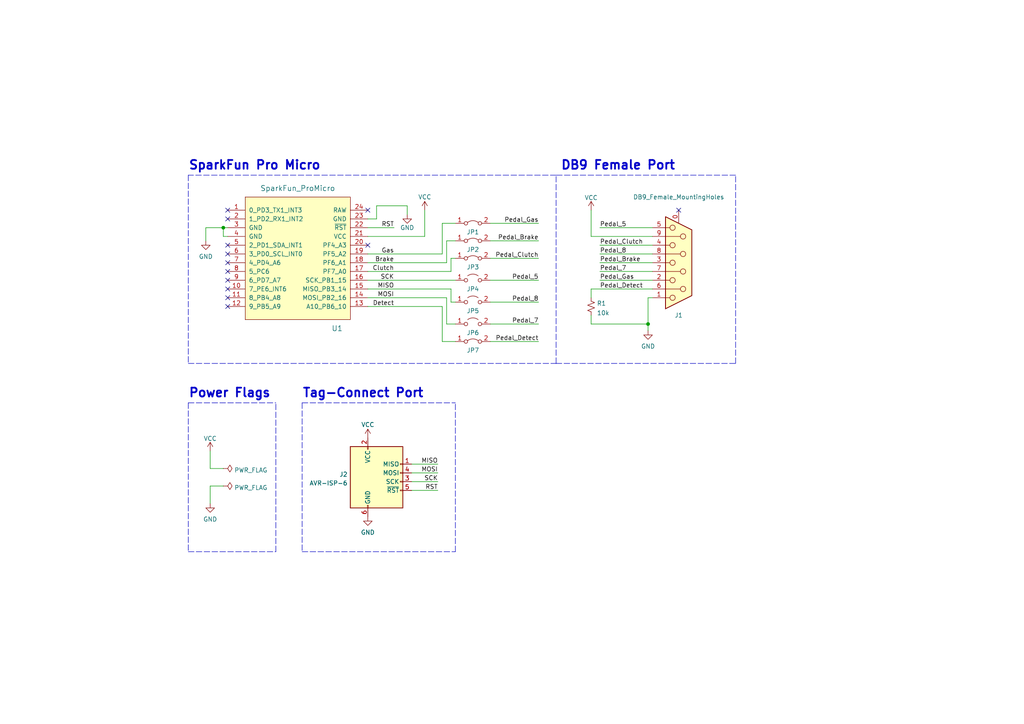
<source format=kicad_sch>
(kicad_sch (version 20211123) (generator eeschema)
  (paper "A4")
  (title_block (title "Logitech Pedal Shield for Pro Micro") (rev "v1.0.0"))
  (lib_symbols
    (symbol "Connector:AVR-ISP-6" (pin_names (offset 1.016))
      (property "Reference" "J" (at -6.35 11.43 0))
      (property "Value" "AVR-ISP-6" (at 0 11.43 0))
      (symbol "AVR-ISP-6_0_1"
        (rectangle (start -2.667 -6.858) (end -2.413 -7.62))
        (rectangle (start -2.667 10.16) (end -2.413 9.398))
        (rectangle (start 7.62 -2.413) (end 6.858 -2.667))
        (rectangle (start 7.62 0.127) (end 6.858 -0.127))
        (rectangle (start 7.62 2.667) (end 6.858 2.413))
        (rectangle (start 7.62 5.207) (end 6.858 4.953))
        (rectangle (start 7.62 10.16) (end -7.62 -7.62) (stroke (width 0.254)) (fill (type background)))
      )
      (symbol "AVR-ISP-6_1_1"
        (pin passive line (at 10.16 5.08 180) (length 2.54) (name "MISO") (number "1"))
        (pin passive line (at -2.54 12.7 270) (length 2.54) (name "VCC") (number "2"))
        (pin passive line (at 10.16 0 180) (length 2.54) (name "SCK") (number "3"))
        (pin passive line (at 10.16 2.54 180) (length 2.54) (name "MOSI") (number "4"))
        (pin passive line (at 10.16 -2.54 180) (length 2.54) (name "~{RST}") (number "5"))
        (pin passive line (at -2.54 -10.16 90) (length 2.54) (name "GND") (number "6"))
      )
    )
    (symbol "Connector:DB9_Female_MountingHoles" (pin_names (offset 1.016) hide)
      (property "Reference" "J" (at 0 16.51 0))
      (property "Value" "DB9_Female_MountingHoles" (at 0 14.605 0))
      (symbol "DB9_Female_MountingHoles_0_1"
        (circle (center -1.778 -10.16) (radius 0.762))
        (circle (center -1.778 -5.08) (radius 0.762))
        (circle (center -1.778 0) (radius 0.762))
        (circle (center -1.778 5.08) (radius 0.762))
        (circle (center -1.778 10.16) (radius 0.762))
        (polyline (pts (xy -3.81 -10.16) (xy -2.54 -10.16)))
        (polyline (pts (xy -3.81 -7.62) (xy 0.508 -7.62)))
        (polyline (pts (xy -3.81 -5.08) (xy -2.54 -5.08)))
        (polyline (pts (xy -3.81 -2.54) (xy 0.508 -2.54)))
        (polyline (pts (xy -3.81 0) (xy -2.54 0)))
        (polyline (pts (xy -3.81 2.54) (xy 0.508 2.54)))
        (polyline (pts (xy -3.81 5.08) (xy -2.54 5.08)))
        (polyline (pts (xy -3.81 7.62) (xy 0.508 7.62)))
        (polyline (pts (xy -3.81 10.16) (xy -2.54 10.16)))
        (polyline (pts (xy -3.81 13.335) (xy -3.81 -13.335) (xy 3.81 -9.525) (xy 3.81 9.525) (xy -3.81 13.335)) (stroke (width 0.254)) (fill (type background)))
        (circle (center 1.27 -7.62) (radius 0.762))
        (circle (center 1.27 -2.54) (radius 0.762))
        (circle (center 1.27 2.54) (radius 0.762))
        (circle (center 1.27 7.62) (radius 0.762))
      )
      (symbol "DB9_Female_MountingHoles_1_1"
        (pin passive line (at 0 -15.24 90) (length 3.81) (name "PAD") (number "0"))
        (pin passive line (at -7.62 10.16 0) (length 3.81) (name "1") (number "1"))
        (pin passive line (at -7.62 5.08 0) (length 3.81) (name "2") (number "2"))
        (pin passive line (at -7.62 0 0) (length 3.81) (name "3") (number "3"))
        (pin passive line (at -7.62 -5.08 0) (length 3.81) (name "4") (number "4"))
        (pin passive line (at -7.62 -10.16 0) (length 3.81) (name "5") (number "5"))
        (pin passive line (at -7.62 7.62 0) (length 3.81) (name "6") (number "6"))
        (pin passive line (at -7.62 2.54 0) (length 3.81) (name "7") (number "7"))
        (pin passive line (at -7.62 -2.54 0) (length 3.81) (name "8") (number "8"))
        (pin passive line (at -7.62 -7.62 0) (length 3.81) (name "9") (number "9"))
      )
    )
    (symbol "Device:R_Small_US" (pin_numbers hide) (pin_names (offset 0.254) hide)
      (property "Reference" "R" (at 0.762 0.508 0))
      (property "Value" "R_Small_US" (at 0.762 -1.016 0))
      (symbol "R_Small_US_1_1"
        (polyline (pts (xy 0 0) (xy 1.016 -0.381) (xy 0 -0.762) (xy -1.016 -1.143) (xy 0 -1.524)))
        (polyline (pts (xy 0 1.524) (xy 1.016 1.143) (xy 0 0.762) (xy -1.016 0.381) (xy 0 0)))
        (pin passive line (at 0 2.54 270) (length 1.016) (name "~") (number "1"))
        (pin passive line (at 0 -2.54 90) (length 1.016) (name "~") (number "2"))
      )
    )
    (symbol "Jumper:Jumper_2_Bridged" (pin_names (offset 0) hide)
      (property "Reference" "JP" (at 0 1.905 0))
      (property "Value" "Jumper_2_Bridged" (at 0 -2.54 0))
      (symbol "Jumper_2_Bridged_0_0"
        (circle (center -2.032 0) (radius 0.508))
        (circle (center 2.032 0) (radius 0.508))
      )
      (symbol "Jumper_2_Bridged_0_1"
        (arc (start 1.524 0.254) (mid 0 0.762) (end -1.524 0.254))
      )
      (symbol "Jumper_2_Bridged_1_1"
        (pin passive line (at -5.08 0 0) (length 2.54) (name "A") (number "1"))
        (pin passive line (at 5.08 0 180) (length 2.54) (name "B") (number "2"))
      )
    )
    (symbol "Jumper:Jumper_2_Open" (pin_names (offset 0) hide)
      (property "Reference" "JP" (at 0 2.794 0))
      (property "Value" "Jumper_2_Open" (at 0 -2.286 0))
      (symbol "Jumper_2_Open_0_0"
        (circle (center -2.032 0) (radius 0.508))
        (circle (center 2.032 0) (radius 0.508))
      )
      (symbol "Jumper_2_Open_0_1"
        (arc (start 1.524 1.27) (mid 0 1.778) (end -1.524 1.27))
      )
      (symbol "Jumper_2_Open_1_1"
        (pin passive line (at -5.08 0 0) (length 2.54) (name "A") (number "1"))
        (pin passive line (at 5.08 0 180) (length 2.54) (name "B") (number "2"))
      )
    )
    (symbol "Sim_Racing_Shields:SparkFun_ProMicro" (pin_names (offset 1.016))
      (property "Reference" "U" (at 0 25.4 0))
      (property "Value" "SparkFun_ProMicro" (at 0 -15.24 0))
      (property "Datasheet" "https://github.com/sparkfun/Pro_Micro" (at 2.54 -26.67 0))
      (symbol "SparkFun_ProMicro_0_1"
        (rectangle (start -15.24 22.86) (end 15.24 -12.7) (fill (type background)))
      )
      (symbol "SparkFun_ProMicro_1_1"
        (pin bidirectional line (at -20.32 19.05 0) (length 5.08) (name "0_PD3_TX1_INT3") (number "1"))
        (pin bidirectional line (at -20.32 -3.81 0) (length 5.08) (name "7_PE6_INT6") (number "10"))
        (pin bidirectional line (at -20.32 -6.35 0) (length 5.08) (name "8_PB4_A8") (number "11"))
        (pin bidirectional line (at -20.32 -8.89 0) (length 5.08) (name "9_PB5_A9") (number "12"))
        (pin bidirectional line (at 20.32 -8.89 180) (length 5.08) (name "A10_PB6_10") (number "13"))
        (pin bidirectional line (at 20.32 -6.35 180) (length 5.08) (name "MOSI_PB2_16") (number "14"))
        (pin bidirectional line (at 20.32 -3.81 180) (length 5.08) (name "MISO_PB3_14") (number "15"))
        (pin bidirectional line (at 20.32 -1.27 180) (length 5.08) (name "SCK_PB1_15") (number "16"))
        (pin bidirectional line (at 20.32 1.27 180) (length 5.08) (name "PF7_A0") (number "17"))
        (pin bidirectional line (at 20.32 3.81 180) (length 5.08) (name "PF6_A1") (number "18"))
        (pin bidirectional line (at 20.32 6.35 180) (length 5.08) (name "PF5_A2") (number "19"))
        (pin bidirectional line (at -20.32 16.51 0) (length 5.08) (name "1_PD2_RX1_INT2") (number "2"))
        (pin bidirectional line (at 20.32 8.89 180) (length 5.08) (name "PF4_A3") (number "20"))
        (pin power_in line (at 20.32 11.43 180) (length 5.08) (name "VCC") (number "21"))
        (pin input line (at 20.32 13.97 180) (length 5.08) (name "~{RST}") (number "22"))
        (pin power_in line (at 20.32 16.51 180) (length 5.08) (name "GND") (number "23"))
        (pin power_in line (at 20.32 19.05 180) (length 5.08) (name "RAW") (number "24"))
        (pin power_in line (at -20.32 13.97 0) (length 5.08) (name "GND") (number "3"))
        (pin power_in line (at -20.32 11.43 0) (length 5.08) (name "GND") (number "4"))
        (pin bidirectional line (at -20.32 8.89 0) (length 5.08) (name "2_PD1_SDA_INT1") (number "5"))
        (pin bidirectional line (at -20.32 6.35 0) (length 5.08) (name "3_PD0_SCL_INT0") (number "6"))
        (pin bidirectional line (at -20.32 3.81 0) (length 5.08) (name "4_PD4_A6") (number "7"))
        (pin bidirectional line (at -20.32 1.27 0) (length 5.08) (name "5_PC6") (number "8"))
        (pin bidirectional line (at -20.32 -1.27 0) (length 5.08) (name "6_PD7_A7") (number "9"))
      )
    )
    (symbol "power:GND" (power) (pin_names (offset 0))
      (property "Value" "GND" (at 0 -3.81 0))
      (symbol "GND_0_1"
        (polyline (pts (xy 0 0) (xy 0 -1.27) (xy 1.27 -1.27) (xy 0 -2.54) (xy -1.27 -1.27) (xy 0 -1.27)))
      )
      (symbol "GND_1_1"
        (pin power_in line (at 0 0 270) (length 0) hide (name "GND") (number "1"))
      )
    )
    (symbol "power:PWR_FLAG" (power) (pin_numbers hide) (pin_names (offset 0) hide)
      (property "Value" "PWR_FLAG" (at 0 3.81 0))
      (symbol "PWR_FLAG_0_0"
        (pin power_out line (at 0 0 90) (length 0) (name "pwr") (number "1"))
      )
      (symbol "PWR_FLAG_0_1"
        (polyline (pts (xy 0 0) (xy 0 1.27) (xy -1.016 1.905) (xy 0 2.54) (xy 1.016 1.905) (xy 0 1.27)))
      )
    )
    (symbol "power:VCC" (power) (pin_names (offset 0))
      (property "Value" "VCC" (at 0 3.81 0))
      (symbol "VCC_0_1"
        (polyline (pts (xy -0.762 1.27) (xy 0 2.54)))
        (polyline (pts (xy 0 0) (xy 0 2.54)))
        (polyline (pts (xy 0 2.54) (xy 0.762 1.27)))
      )
      (symbol "VCC_1_1"
        (pin power_in line (at 0 0 90) (length 0) hide (name "VCC") (number "1"))
      )
    )
  )
  (junction (at 64.77 66.04))
  (junction (at 187.96 93.98))
  (no_connect (at 66.04 60.96))
  (no_connect (at 66.04 63.5))
  (no_connect (at 66.04 83.82))
  (no_connect (at 66.04 86.36))
  (no_connect (at 66.04 88.9))
  (no_connect (at 66.04 73.66))
  (no_connect (at 66.04 76.2))
  (no_connect (at 66.04 78.74))
  (no_connect (at 66.04 81.28))
  (no_connect (at 106.68 71.12))
  (no_connect (at 66.04 71.12))
  (no_connect (at 196.85 60.96))
  (no_connect (at 106.68 60.96))
  (polyline (pts (xy 54.61 160.02) (xy 80.01 160.02)))
  (wire (pts (xy 130.81 74.93) (xy 132.08 74.93)))
  (wire (pts (xy 189.23 86.36) (xy 187.96 86.36)))
  (wire (pts (xy 128.27 73.66) (xy 128.27 64.77)))
  (wire (pts (xy 130.81 87.63) (xy 132.08 87.63)))
  (polyline (pts (xy 161.29 105.41) (xy 213.36 105.41)))
  (polyline (pts (xy 54.61 50.8) (xy 54.61 105.41)))
  (wire (pts (xy 119.38 142.24) (xy 127 142.24)))
  (wire (pts (xy 171.45 91.44) (xy 171.45 93.98)))
  (wire (pts (xy 106.68 88.9) (xy 128.27 88.9)))
  (wire (pts (xy 129.54 86.36) (xy 129.54 93.98)))
  (wire (pts (xy 142.24 99.06) (xy 156.21 99.06)))
  (wire (pts (xy 60.96 130.81) (xy 60.96 135.89)))
  (wire (pts (xy 173.99 78.74) (xy 189.23 78.74)))
  (polyline (pts (xy 80.01 160.02) (xy 80.01 116.84)))
  (wire (pts (xy 109.22 59.69) (xy 109.22 63.5)))
  (wire (pts (xy 118.11 59.69) (xy 118.11 62.23)))
  (wire (pts (xy 187.96 86.36) (xy 187.96 93.98)))
  (polyline (pts (xy 213.36 50.8) (xy 161.29 50.8)))
  (wire (pts (xy 106.68 78.74) (xy 130.81 78.74)))
  (wire (pts (xy 130.81 74.93) (xy 130.81 78.74)))
  (wire (pts (xy 106.68 73.66) (xy 128.27 73.66)))
  (wire (pts (xy 173.99 71.12) (xy 189.23 71.12)))
  (wire (pts (xy 109.22 59.69) (xy 118.11 59.69)))
  (wire (pts (xy 60.96 135.89) (xy 64.77 135.89)))
  (wire (pts (xy 171.45 68.58) (xy 189.23 68.58)))
  (polyline (pts (xy 213.36 105.41) (xy 213.36 50.8)))
  (wire (pts (xy 129.54 69.85) (xy 132.08 69.85)))
  (wire (pts (xy 128.27 99.06) (xy 132.08 99.06)))
  (wire (pts (xy 119.38 134.62) (xy 127 134.62)))
  (wire (pts (xy 171.45 60.96) (xy 171.45 68.58)))
  (wire (pts (xy 106.68 76.2) (xy 129.54 76.2)))
  (wire (pts (xy 106.68 86.36) (xy 129.54 86.36)))
  (wire (pts (xy 171.45 83.82) (xy 189.23 83.82)))
  (wire (pts (xy 128.27 64.77) (xy 132.08 64.77)))
  (wire (pts (xy 171.45 83.82) (xy 171.45 86.36)))
  (wire (pts (xy 66.04 68.58) (xy 64.77 68.58)))
  (wire (pts (xy 173.99 76.2) (xy 189.23 76.2)))
  (wire (pts (xy 59.69 66.04) (xy 59.69 69.85)))
  (wire (pts (xy 142.24 93.98) (xy 156.21 93.98)))
  (polyline (pts (xy 87.63 116.84) (xy 87.63 160.02)))
  (wire (pts (xy 130.81 83.82) (xy 130.81 87.63)))
  (wire (pts (xy 60.96 140.97) (xy 64.77 140.97)))
  (wire (pts (xy 106.68 68.58) (xy 123.19 68.58)))
  (wire (pts (xy 142.24 87.63) (xy 156.21 87.63)))
  (polyline (pts (xy 87.63 116.84) (xy 132.08 116.84)))
  (wire (pts (xy 106.68 81.28) (xy 132.08 81.28)))
  (wire (pts (xy 173.99 73.66) (xy 189.23 73.66)))
  (wire (pts (xy 106.68 66.04) (xy 114.3 66.04)))
  (wire (pts (xy 106.68 83.82) (xy 130.81 83.82)))
  (polyline (pts (xy 161.29 105.41) (xy 161.29 50.8)))
  (wire (pts (xy 119.38 137.16) (xy 127 137.16)))
  (wire (pts (xy 171.45 93.98) (xy 187.96 93.98)))
  (wire (pts (xy 187.96 93.98) (xy 187.96 95.885)))
  (wire (pts (xy 129.54 93.98) (xy 132.08 93.98)))
  (wire (pts (xy 173.99 81.28) (xy 189.23 81.28)))
  (wire (pts (xy 66.04 66.04) (xy 64.77 66.04)))
  (wire (pts (xy 142.24 64.77) (xy 156.21 64.77)))
  (wire (pts (xy 173.99 66.04) (xy 189.23 66.04)))
  (polyline (pts (xy 54.61 116.84) (xy 80.01 116.84)))
  (wire (pts (xy 60.96 146.05) (xy 60.96 140.97)))
  (wire (pts (xy 142.24 81.28) (xy 156.21 81.28)))
  (polyline (pts (xy 161.29 50.8) (xy 54.61 50.8)))
  (polyline (pts (xy 54.61 116.84) (xy 54.61 160.02)))
  (wire (pts (xy 59.69 66.04) (xy 64.77 66.04)))
  (polyline (pts (xy 54.61 105.41) (xy 161.29 105.41)))
  (wire (pts (xy 128.27 88.9) (xy 128.27 99.06)))
  (wire (pts (xy 142.24 69.85) (xy 156.21 69.85)))
  (wire (pts (xy 123.19 68.58) (xy 123.19 60.96)))
  (polyline (pts (xy 87.63 160.02) (xy 132.08 160.02)))
  (wire (pts (xy 64.77 68.58) (xy 64.77 66.04)))
  (wire (pts (xy 129.54 76.2) (xy 129.54 69.85)))
  (polyline (pts (xy 132.08 160.02) (xy 132.08 116.84)))
  (wire (pts (xy 106.68 63.5) (xy 109.22 63.5)))
  (wire (pts (xy 119.38 139.7) (xy 127 139.7)))
  (wire (pts (xy 142.24 74.93) (xy 156.21 74.93)))
  (text "Tag-Connect Port" (at 87.63 115.57 0) (effects (font (size 2.54 2.54) bold) (justify left bottom)))
  (text "Power Flags" (at 54.61 115.57 0) (effects (font (size 2.54 2.54) bold) (justify left bottom)))
  (text "DB9 Female Port" (at 162.56 49.53 0) (effects (font (size 2.54 2.54) bold) (justify left bottom)))
  (text "SparkFun Pro Micro" (at 54.61 49.53 0) (effects (font (size 2.54 2.54) (thickness 0.508) bold) (justify left bottom)))
  (label "Pedal_Brake" (at 156.21 69.85 180))
  (label "Pedal_7" (at 156.21 93.98 180))
  (label "Brake" (at 114.3 76.2 180))
  (label "Pedal_Clutch" (at 173.99 71.12 0))
  (label "Pedal_Gas" (at 156.21 64.77 180))
  (label "SCK" (at 114.3 81.28 180))
  (label "Gas" (at 114.3 73.66 180))
  (label "RST" (at 127 142.24 180))
  (label "Pedal_Clutch" (at 156.21 74.93 180))
  (label "MOSI" (at 114.3 86.36 180))
  (label "Pedal_Detect" (at 173.99 83.82 0))
  (label "Pedal_7" (at 173.99 78.74 0))
  (label "Pedal_Detect" (at 156.21 99.06 180))
  (label "Pedal_Gas" (at 173.99 81.28 0))
  (label "RST" (at 114.3 66.04 180))
  (label "Detect" (at 114.3 88.9 180))
  (label "MOSI" (at 127 137.16 180))
  (label "MISO" (at 114.3 83.82 180))
  (label "Pedal_8" (at 156.21 87.63 180))
  (label "SCK" (at 127 139.7 180))
  (label "Pedal_8" (at 173.99 73.66 0))
  (label "Pedal_5" (at 173.99 66.04 0))
  (label "Pedal_5" (at 156.21 81.28 180))
  (label "Pedal_Brake" (at 173.99 76.2 0))
  (label "MISO" (at 127 134.62 180))
  (label "Clutch" (at 114.3 78.74 180))
  (symbol (lib_id "power:VCC") (at 106.68 127 0) (unit 1)
    (property "Reference" "#PWR04" (effects hide))
    (property "Value" "VCC" (at 106.68 123.19 0))
  )
  (symbol (lib_id "power:PWR_FLAG") (at 64.77 140.97 270) (unit 1)
    (property "Reference" "#FLG02" (effects hide))
    (property "Value" "PWR_FLAG" (at 67.945 141.449 90) (effects (justify left)))
  )
  (symbol (lib_id "Jumper:Jumper_2_Open") (at 137.16 81.28 0) (unit 1)
    (property "Reference" "JP4" (at 137.16 83.82 0))
    (property "Value" "Jumper_2_Open" (effects hide))
    (property "Footprint" "Jumper:SolderJumper-2_P1.3mm_Open_RoundedPad1.0x1.5mm" (effects hide))
  )
  (symbol (lib_id "power:PWR_FLAG") (at 64.77 135.89 270) (unit 1)
    (property "Reference" "#FLG01" (effects hide))
    (property "Value" "PWR_FLAG" (at 67.945 136.369 90) (effects (justify left)))
  )
  (symbol (lib_id "power:GND") (at 59.69 69.85 0) (unit 1)
    (property "Reference" "#PWR03" (effects hide))
    (property "Value" "GND" (at 59.69 74.4125 0))
  )
  (symbol (lib_id "Device:R_Small_US") (at 171.45 88.9 180) (unit 1)
    (property "Reference" "R1" (at 173.101 87.9915 0) (effects (justify right)))
    (property "Value" "10k" (at 173.101 90.7666 0) (effects (justify right)))
    (property "Footprint" "Resistor_SMD:R_0805_2012Metric" (effects hide))
  )
  (symbol (lib_id "power:VCC") (at 171.45 60.96 0) (unit 1)
    (property "Reference" "#PWR09" (effects hide))
    (property "Value" "VCC" (at 171.45 57.3555 0))
  )
  (symbol (lib_id "Jumper:Jumper_2_Bridged") (at 137.16 74.93 0) (unit 1) (in_bom no)
    (property "Reference" "JP3" (at 137.16 77.47 0))
    (property "Value" "Clutch_Jumper" (effects hide))
    (property "Footprint" "Sim_Racing_Shields:SolderJumper-2_P1.3mm_Bridged_RoundedPad1.0x1.5mm_Unmasked" (effects hide))
  )
  (symbol (lib_id "Jumper:Jumper_2_Bridged") (at 137.16 64.77 0) (unit 1) (in_bom no)
    (property "Reference" "JP1" (at 137.16 67.31 0))
    (property "Value" "Gas_Jumper" (effects hide))
    (property "Footprint" "Sim_Racing_Shields:SolderJumper-2_P1.3mm_Bridged_RoundedPad1.0x1.5mm_Unmasked" (effects hide))
  )
  (symbol (lib_id "Jumper:Jumper_2_Bridged") (at 137.16 99.06 0) (unit 1) (in_bom no)
    (property "Reference" "JP7" (at 137.16 101.6 0))
    (property "Value" "Detect_Jumper" (effects hide))
    (property "Footprint" "Sim_Racing_Shields:SolderJumper-2_P1.3mm_Bridged_RoundedPad1.0x1.5mm_Unmasked" (effects hide))
  )
  (symbol (lib_id "power:GND") (at 60.96 146.05 0) (unit 1)
    (property "Reference" "#PWR02" (effects hide))
    (property "Value" "GND" (at 60.96 150.6125 0))
  )
  (symbol (lib_id "power:GND") (at 187.96 95.885 0) (unit 1)
    (property "Reference" "#PWR010" (effects hide))
    (property "Value" "GND" (at 187.96 100.4475 0))
  )
  (symbol (lib_id "Connector:AVR-ISP-6") (at 109.22 139.7 0) (unit 1)
    (property "Reference" "J2" (at 100.8381 137.5953 0) (effects (justify right)))
    (property "Value" "AVR-ISP-6" (at 100.8381 140.1322 0) (effects (justify right)))
    (property "Footprint" "Connector:Tag-Connect_TC2030-IDC-NL_2x03_P1.27mm_Vertical" (effects hide))
    (property "Datasheet" " ~" (effects hide))
  )
  (symbol (lib_id "power:VCC") (at 60.96 130.81 0) (unit 1)
    (property "Reference" "#PWR01" (effects hide))
    (property "Value" "VCC" (at 60.96 127.2055 0))
  )
  (symbol (lib_id "Jumper:Jumper_2_Bridged") (at 137.16 69.85 0) (unit 1) (in_bom no)
    (property "Reference" "JP2" (at 137.16 72.39 0))
    (property "Value" "Brake_Jumper" (effects hide))
    (property "Footprint" "Sim_Racing_Shields:SolderJumper-2_P1.3mm_Bridged_RoundedPad1.0x1.5mm_Unmasked" (effects hide))
  )
  (symbol (lib_id "power:GND") (at 118.11 62.23 0) (unit 1)
    (property "Reference" "#PWR07" (effects hide))
    (property "Value" "GND" (at 118.11 66.04 0))
  )
  (symbol (lib_id "power:VCC") (at 123.19 60.96 0) (unit 1)
    (property "Reference" "#PWR06" (effects hide))
    (property "Value" "VCC" (at 123.19 57.15 0))
  )
  (symbol (lib_id "Connector:DB9_Female_MountingHoles") (at 196.85 76.2 0) (mirror x) (unit 1)
    (property "Reference" "J1" (at 196.85 91.44 0))
    (property "Value" "DB9_Female_MountingHoles" (at 196.85 57.15 0))
    (property "Footprint" "Connector_Dsub:DSUB-9_Female_Horizontal_P2.77x2.84mm_EdgePinOffset7.70mm_Housed_MountingHolesOffset9.12mm" (effects hide))
    (property "Datasheet" " ~" (effects hide))
  )
  (symbol (lib_id "Jumper:Jumper_2_Open") (at 137.16 93.98 0) (unit 1)
    (property "Reference" "JP6" (at 137.16 96.52 0))
    (property "Value" "Jumper_2_Open" (effects hide))
    (property "Footprint" "Jumper:SolderJumper-2_P1.3mm_Open_RoundedPad1.0x1.5mm" (effects hide))
  )
  (symbol (lib_id "Jumper:Jumper_2_Open") (at 137.16 87.63 0) (unit 1)
    (property "Reference" "JP5" (at 137.16 90.17 0))
    (property "Value" "Jumper_2_Open" (effects hide))
    (property "Footprint" "Jumper:SolderJumper-2_P1.3mm_Open_RoundedPad1.0x1.5mm" (effects hide))
  )
  (symbol (lib_id "Sim_Racing_Shields:SparkFun_ProMicro") (at 86.36 80.01 0) (unit 1)
    (property "Reference" "U1" (at 97.79 95.25 0) (effects (font (size 1.524 1.524))))
    (property "Value" "SparkFun_ProMicro" (at 86.36 54.61 0) (effects (font (size 1.524 1.524))))
    (property "Footprint" "Sim_Racing_Shields:Sparkfun_ProMicro" (effects hide))
    (property "Datasheet" "https://github.com/sparkfun/Pro_Micro" (effects hide))
  )
  (symbol (lib_id "power:GND") (at 106.68 149.86 0) (unit 1)
    (property "Reference" "#PWR05" (effects hide))
    (property "Value" "GND" (at 106.68 154.4225 0))
  )
)
</source>
